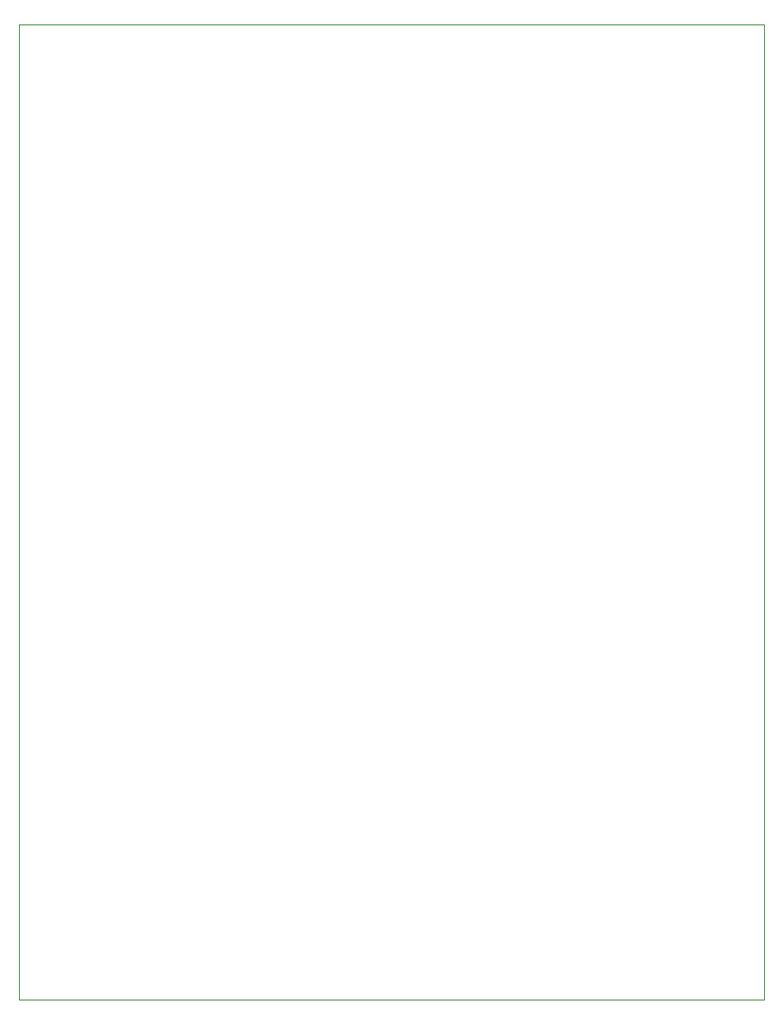
<source format=gbr>
%TF.GenerationSoftware,KiCad,Pcbnew,(5.1.12)-1*%
%TF.CreationDate,2023-07-25T14:51:04-05:00*%
%TF.ProjectId,Dispen2,44697370-656e-4322-9e6b-696361645f70,rev?*%
%TF.SameCoordinates,Original*%
%TF.FileFunction,Profile,NP*%
%FSLAX46Y46*%
G04 Gerber Fmt 4.6, Leading zero omitted, Abs format (unit mm)*
G04 Created by KiCad (PCBNEW (5.1.12)-1) date 2023-07-25 14:51:04*
%MOMM*%
%LPD*%
G01*
G04 APERTURE LIST*
%TA.AperFunction,Profile*%
%ADD10C,0.050000*%
%TD*%
G04 APERTURE END LIST*
D10*
X201800000Y10750000D02*
X201800000Y10650000D01*
X132000000Y10750000D02*
X132000000Y-80500000D01*
X201800000Y-80500000D02*
X132000000Y-80500000D01*
X201800000Y10650000D02*
X201800000Y-80500000D01*
X132000000Y10750000D02*
X201800000Y10750000D01*
M02*

</source>
